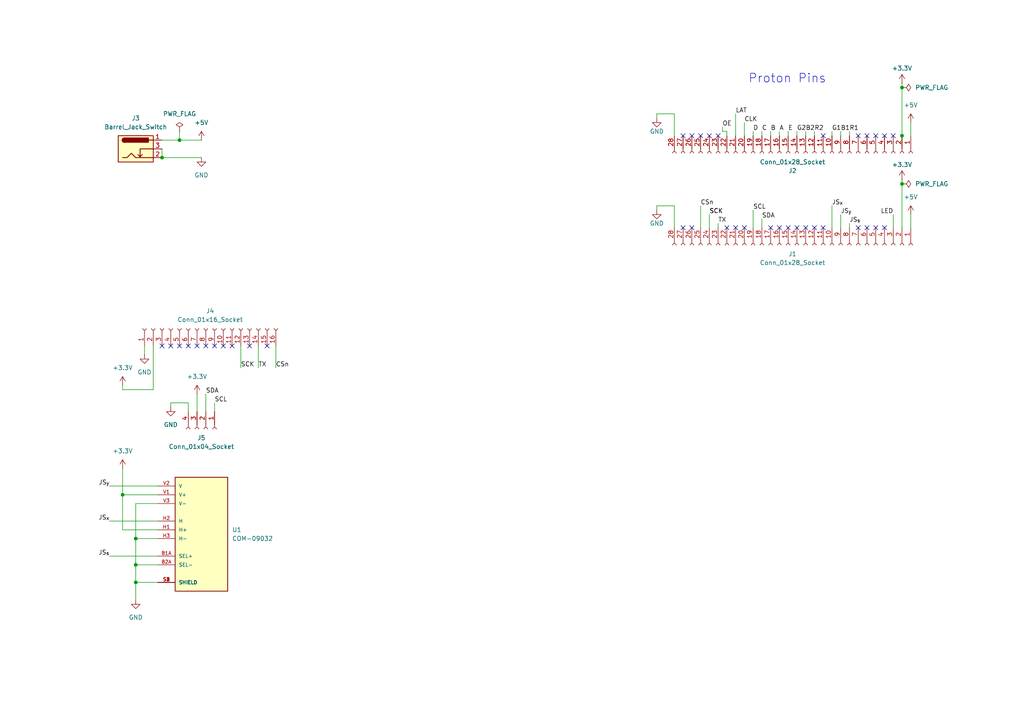
<source format=kicad_sch>
(kicad_sch (version 20250114) (generator "eeschema") (generator_version "9.0")
  (paper "A4")
  (lib_symbols
    (symbol "Connector:Barrel_Jack_Switch" (pin_names (hide yes))
      (property "Reference" "J" (at 0 5.334 0))
      (property "Value" "Barrel_Jack_Switch" (at 0 -5.08 0))
      (symbol "Barrel_Jack_Switch_0_1"
        (rectangle (start -5.08 3.81) (end 5.08 -3.81) (stroke (width 0.254)) (fill (type background)))
        (polyline (pts (xy -3.81 -2.54) (xy -2.54 -2.54) (xy -1.27 -1.27) (xy 0 -2.54) (xy 2.54 -2.54) (xy 5.08 -2.54)) (stroke (width 0.254)))
        (arc (start -3.302 1.905) (mid -3.9343 2.54) (end -3.302 3.175) (stroke (width 0.254)))
        (arc (start -3.302 1.905) (mid -3.9343 2.54) (end -3.302 3.175) (stroke (width 0.254)) (fill (type outline)))
        (polyline (pts (xy 1.27 -2.286) (xy 1.905 -1.651)) (stroke (width 0.254)))
        (rectangle (start 3.683 3.175) (end -3.302 1.905) (stroke (width 0.254)) (fill (type outline)))
        (polyline (pts (xy 5.08 2.54) (xy 3.81 2.54)) (stroke (width 0.254)))
        (polyline (pts (xy 5.08 0) (xy 1.27 0) (xy 1.27 -2.286) (xy 0.635 -1.651)) (stroke (width 0.254)))
      )
      (symbol "Barrel_Jack_Switch_1_1"
        (pin passive line (at 7.62 2.54 180) (length 2.54) (name "~") (number "1"))
        (pin passive line (at 7.62 0 180) (length 2.54) (name "~") (number "3"))
        (pin passive line (at 7.62 -2.54 180) (length 2.54) (name "~") (number "2"))
      )
    )
    (symbol "Connector:Conn_01x04_Socket" (pin_names (offset 1.016) (hide yes))
      (property "Reference" "J" (at 0 5.08 0))
      (property "Value" "Conn_01x04_Socket" (at 0 -7.62 0))
      (symbol "Conn_01x04_Socket_1_1"
        (polyline (pts (xy -1.27 2.54) (xy -0.508 2.54)) (stroke (width 0.1524)))
        (polyline (pts (xy -1.27 0) (xy -0.508 0)) (stroke (width 0.1524)))
        (polyline (pts (xy -1.27 -2.54) (xy -0.508 -2.54)) (stroke (width 0.1524)))
        (polyline (pts (xy -1.27 -5.08) (xy -0.508 -5.08)) (stroke (width 0.1524)))
        (arc (start 0 2.032) (mid -0.5058 2.54) (end 0 3.048) (stroke (width 0.1524)))
        (arc (start 0 -0.508) (mid -0.5058 0) (end 0 0.508) (stroke (width 0.1524)))
        (arc (start 0 -3.048) (mid -0.5058 -2.54) (end 0 -2.032) (stroke (width 0.1524)))
        (arc (start 0 -5.588) (mid -0.5058 -5.08) (end 0 -4.572) (stroke (width 0.1524)))
        (pin passive line (at -5.08 2.54 0) (length 3.81) (name "Pin_1") (number "1"))
        (pin passive line (at -5.08 0 0) (length 3.81) (name "Pin_2") (number "2"))
        (pin passive line (at -5.08 -2.54 0) (length 3.81) (name "Pin_3") (number "3"))
        (pin passive line (at -5.08 -5.08 0) (length 3.81) (name "Pin_4") (number "4"))
      )
    )
    (symbol "Connector:Conn_01x16_Socket" (pin_names (offset 1.016) (hide yes))
      (property "Reference" "J" (at 0 20.32 0))
      (property "Value" "Conn_01x16_Socket" (at 0 -22.86 0))
      (symbol "Conn_01x16_Socket_1_1"
        (polyline (pts (xy -1.27 17.78) (xy -0.508 17.78)) (stroke (width 0.1524)))
        (polyline (pts (xy -1.27 15.24) (xy -0.508 15.24)) (stroke (width 0.1524)))
        (polyline (pts (xy -1.27 12.7) (xy -0.508 12.7)) (stroke (width 0.1524)))
        (polyline (pts (xy -1.27 10.16) (xy -0.508 10.16)) (stroke (width 0.1524)))
        (polyline (pts (xy -1.27 7.62) (xy -0.508 7.62)) (stroke (width 0.1524)))
        (polyline (pts (xy -1.27 5.08) (xy -0.508 5.08)) (stroke (width 0.1524)))
        (polyline (pts (xy -1.27 2.54) (xy -0.508 2.54)) (stroke (width 0.1524)))
        (polyline (pts (xy -1.27 0) (xy -0.508 0)) (stroke (width 0.1524)))
        (polyline (pts (xy -1.27 -2.54) (xy -0.508 -2.54)) (stroke (width 0.1524)))
        (polyline (pts (xy -1.27 -5.08) (xy -0.508 -5.08)) (stroke (width 0.1524)))
        (polyline (pts (xy -1.27 -7.62) (xy -0.508 -7.62)) (stroke (width 0.1524)))
        (polyline (pts (xy -1.27 -10.16) (xy -0.508 -10.16)) (stroke (width 0.1524)))
        (polyline (pts (xy -1.27 -12.7) (xy -0.508 -12.7)) (stroke (width 0.1524)))
        (polyline (pts (xy -1.27 -15.24) (xy -0.508 -15.24)) (stroke (width 0.1524)))
        (polyline (pts (xy -1.27 -17.78) (xy -0.508 -17.78)) (stroke (width 0.1524)))
        (polyline (pts (xy -1.27 -20.32) (xy -0.508 -20.32)) (stroke (width 0.1524)))
        (arc (start 0 17.272) (mid -0.5058 17.78) (end 0 18.288) (stroke (width 0.1524)))
        (arc (start 0 14.732) (mid -0.5058 15.24) (end 0 15.748) (stroke (width 0.1524)))
        (arc (start 0 12.192) (mid -0.5058 12.7) (end 0 13.208) (stroke (width 0.1524)))
        (arc (start 0 9.652) (mid -0.5058 10.16) (end 0 10.668) (stroke (width 0.1524)))
        (arc (start 0 7.112) (mid -0.5058 7.62) (end 0 8.128) (stroke (width 0.1524)))
        (arc (start 0 4.572) (mid -0.5058 5.08) (end 0 5.588) (stroke (width 0.1524)))
        (arc (start 0 2.032) (mid -0.5058 2.54) (end 0 3.048) (stroke (width 0.1524)))
        (arc (start 0 -0.508) (mid -0.5058 0) (end 0 0.508) (stroke (width 0.1524)))
        (arc (start 0 -3.048) (mid -0.5058 -2.54) (end 0 -2.032) (stroke (width 0.1524)))
        (arc (start 0 -5.588) (mid -0.5058 -5.08) (end 0 -4.572) (stroke (width 0.1524)))
        (arc (start 0 -8.128) (mid -0.5058 -7.62) (end 0 -7.112) (stroke (width 0.1524)))
        (arc (start 0 -10.668) (mid -0.5058 -10.16) (end 0 -9.652) (stroke (width 0.1524)))
        (arc (start 0 -13.208) (mid -0.5058 -12.7) (end 0 -12.192) (stroke (width 0.1524)))
        (arc (start 0 -15.748) (mid -0.5058 -15.24) (end 0 -14.732) (stroke (width 0.1524)))
        (arc (start 0 -18.288) (mid -0.5058 -17.78) (end 0 -17.272) (stroke (width 0.1524)))
        (arc (start 0 -20.828) (mid -0.5058 -20.32) (end 0 -19.812) (stroke (width 0.1524)))
        (pin passive line (at -5.08 17.78 0) (length 3.81) (name "Pin_1") (number "1"))
        (pin passive line (at -5.08 15.24 0) (length 3.81) (name "Pin_2") (number "2"))
        (pin passive line (at -5.08 12.7 0) (length 3.81) (name "Pin_3") (number "3"))
        (pin passive line (at -5.08 10.16 0) (length 3.81) (name "Pin_4") (number "4"))
        (pin passive line (at -5.08 7.62 0) (length 3.81) (name "Pin_5") (number "5"))
        (pin passive line (at -5.08 5.08 0) (length 3.81) (name "Pin_6") (number "6"))
        (pin passive line (at -5.08 2.54 0) (length 3.81) (name "Pin_7") (number "7"))
        (pin passive line (at -5.08 0 0) (length 3.81) (name "Pin_8") (number "8"))
        (pin passive line (at -5.08 -2.54 0) (length 3.81) (name "Pin_9") (number "9"))
        (pin passive line (at -5.08 -5.08 0) (length 3.81) (name "Pin_10") (number "10"))
        (pin passive line (at -5.08 -7.62 0) (length 3.81) (name "Pin_11") (number "11"))
        (pin passive line (at -5.08 -10.16 0) (length 3.81) (name "Pin_12") (number "12"))
        (pin passive line (at -5.08 -12.7 0) (length 3.81) (name "Pin_13") (number "13"))
        (pin passive line (at -5.08 -15.24 0) (length 3.81) (name "Pin_14") (number "14"))
        (pin passive line (at -5.08 -17.78 0) (length 3.81) (name "Pin_15") (number "15"))
        (pin passive line (at -5.08 -20.32 0) (length 3.81) (name "Pin_16") (number "16"))
      )
    )
    (symbol "Connector:Conn_01x28_Socket" (pin_names (offset 1.016) (hide yes))
      (property "Reference" "J" (at 0 35.56 0))
      (property "Value" "Conn_01x28_Socket" (at 0 -38.1 0))
      (symbol "Conn_01x28_Socket_1_1"
        (polyline (pts (xy -1.27 33.02) (xy -0.508 33.02)) (stroke (width 0.1524)))
        (polyline (pts (xy -1.27 30.48) (xy -0.508 30.48)) (stroke (width 0.1524)))
        (polyline (pts (xy -1.27 27.94) (xy -0.508 27.94)) (stroke (width 0.1524)))
        (polyline (pts (xy -1.27 25.4) (xy -0.508 25.4)) (stroke (width 0.1524)))
        (polyline (pts (xy -1.27 22.86) (xy -0.508 22.86)) (stroke (width 0.1524)))
        (polyline (pts (xy -1.27 20.32) (xy -0.508 20.32)) (stroke (width 0.1524)))
        (polyline (pts (xy -1.27 17.78) (xy -0.508 17.78)) (stroke (width 0.1524)))
        (polyline (pts (xy -1.27 15.24) (xy -0.508 15.24)) (stroke (width 0.1524)))
        (polyline (pts (xy -1.27 12.7) (xy -0.508 12.7)) (stroke (width 0.1524)))
        (polyline (pts (xy -1.27 10.16) (xy -0.508 10.16)) (stroke (width 0.1524)))
        (polyline (pts (xy -1.27 7.62) (xy -0.508 7.62)) (stroke (width 0.1524)))
        (polyline (pts (xy -1.27 5.08) (xy -0.508 5.08)) (stroke (width 0.1524)))
        (polyline (pts (xy -1.27 2.54) (xy -0.508 2.54)) (stroke (width 0.1524)))
        (polyline (pts (xy -1.27 0) (xy -0.508 0)) (stroke (width 0.1524)))
        (polyline (pts (xy -1.27 -2.54) (xy -0.508 -2.54)) (stroke (width 0.1524)))
        (polyline (pts (xy -1.27 -5.08) (xy -0.508 -5.08)) (stroke (width 0.1524)))
        (polyline (pts (xy -1.27 -7.62) (xy -0.508 -7.62)) (stroke (width 0.1524)))
        (polyline (pts (xy -1.27 -10.16) (xy -0.508 -10.16)) (stroke (width 0.1524)))
        (polyline (pts (xy -1.27 -12.7) (xy -0.508 -12.7)) (stroke (width 0.1524)))
        (polyline (pts (xy -1.27 -15.24) (xy -0.508 -15.24)) (stroke (width 0.1524)))
        (polyline (pts (xy -1.27 -17.78) (xy -0.508 -17.78)) (stroke (width 0.1524)))
        (polyline (pts (xy -1.27 -20.32) (xy -0.508 -20.32)) (stroke (width 0.1524)))
        (polyline (pts (xy -1.27 -22.86) (xy -0.508 -22.86)) (stroke (width 0.1524)))
        (polyline (pts (xy -1.27 -25.4) (xy -0.508 -25.4)) (stroke (width 0.1524)))
        (polyline (pts (xy -1.27 -27.94) (xy -0.508 -27.94)) (stroke (width 0.1524)))
        (polyline (pts (xy -1.27 -30.48) (xy -0.508 -30.48)) (stroke (width 0.1524)))
        (polyline (pts (xy -1.27 -33.02) (xy -0.508 -33.02)) (stroke (width 0.1524)))
        (polyline (pts (xy -1.27 -35.56) (xy -0.508 -35.56)) (stroke (width 0.1524)))
        (arc (start 0 32.512) (mid -0.5058 33.02) (end 0 33.528) (stroke (width 0.1524)))
        (arc (start 0 29.972) (mid -0.5058 30.48) (end 0 30.988) (stroke (width 0.1524)))
        (arc (start 0 27.432) (mid -0.5058 27.94) (end 0 28.448) (stroke (width 0.1524)))
        (arc (start 0 24.892) (mid -0.5058 25.4) (end 0 25.908) (stroke (width 0.1524)))
        (arc (start 0 22.352) (mid -0.5058 22.86) (end 0 23.368) (stroke (width 0.1524)))
        (arc (start 0 19.812) (mid -0.5058 20.32) (end 0 20.828) (stroke (width 0.1524)))
        (arc (start 0 17.272) (mid -0.5058 17.78) (end 0 18.288) (stroke (width 0.1524)))
        (arc (start 0 14.732) (mid -0.5058 15.24) (end 0 15.748) (stroke (width 0.1524)))
        (arc (start 0 12.192) (mid -0.5058 12.7) (end 0 13.208) (stroke (width 0.1524)))
        (arc (start 0 9.652) (mid -0.5058 10.16) (end 0 10.668) (stroke (width 0.1524)))
        (arc (start 0 7.112) (mid -0.5058 7.62) (end 0 8.128) (stroke (width 0.1524)))
        (arc (start 0 4.572) (mid -0.5058 5.08) (end 0 5.588) (stroke (width 0.1524)))
        (arc (start 0 2.032) (mid -0.5058 2.54) (end 0 3.048) (stroke (width 0.1524)))
        (arc (start 0 -0.508) (mid -0.5058 0) (end 0 0.508) (stroke (width 0.1524)))
        (arc (start 0 -3.048) (mid -0.5058 -2.54) (end 0 -2.032) (stroke (width 0.1524)))
        (arc (start 0 -5.588) (mid -0.5058 -5.08) (end 0 -4.572) (stroke (width 0.1524)))
        (arc (start 0 -8.128) (mid -0.5058 -7.62) (end 0 -7.112) (stroke (width 0.1524)))
        (arc (start 0 -10.668) (mid -0.5058 -10.16) (end 0 -9.652) (stroke (width 0.1524)))
        (arc (start 0 -13.208) (mid -0.5058 -12.7) (end 0 -12.192) (stroke (width 0.1524)))
        (arc (start 0 -15.748) (mid -0.5058 -15.24) (end 0 -14.732) (stroke (width 0.1524)))
        (arc (start 0 -18.288) (mid -0.5058 -17.78) (end 0 -17.272) (stroke (width 0.1524)))
        (arc (start 0 -20.828) (mid -0.5058 -20.32) (end 0 -19.812) (stroke (width 0.1524)))
        (arc (start 0 -23.368) (mid -0.5058 -22.86) (end 0 -22.352) (stroke (width 0.1524)))
        (arc (start 0 -25.908) (mid -0.5058 -25.4) (end 0 -24.892) (stroke (width 0.1524)))
        (arc (start 0 -28.448) (mid -0.5058 -27.94) (end 0 -27.432) (stroke (width 0.1524)))
        (arc (start 0 -30.988) (mid -0.5058 -30.48) (end 0 -29.972) (stroke (width 0.1524)))
        (arc (start 0 -33.528) (mid -0.5058 -33.02) (end 0 -32.512) (stroke (width 0.1524)))
        (arc (start 0 -36.068) (mid -0.5058 -35.56) (end 0 -35.052) (stroke (width 0.1524)))
        (pin passive line (at -5.08 33.02 0) (length 3.81) (name "Pin_1") (number "1"))
        (pin passive line (at -5.08 30.48 0) (length 3.81) (name "Pin_2") (number "2"))
        (pin passive line (at -5.08 27.94 0) (length 3.81) (name "Pin_3") (number "3"))
        (pin passive line (at -5.08 25.4 0) (length 3.81) (name "Pin_4") (number "4"))
        (pin passive line (at -5.08 22.86 0) (length 3.81) (name "Pin_5") (number "5"))
        (pin passive line (at -5.08 20.32 0) (length 3.81) (name "Pin_6") (number "6"))
        (pin passive line (at -5.08 17.78 0) (length 3.81) (name "Pin_7") (number "7"))
        (pin passive line (at -5.08 15.24 0) (length 3.81) (name "Pin_8") (number "8"))
        (pin passive line (at -5.08 12.7 0) (length 3.81) (name "Pin_9") (number "9"))
        (pin passive line (at -5.08 10.16 0) (length 3.81) (name "Pin_10") (number "10"))
        (pin passive line (at -5.08 7.62 0) (length 3.81) (name "Pin_11") (number "11"))
        (pin passive line (at -5.08 5.08 0) (length 3.81) (name "Pin_12") (number "12"))
        (pin passive line (at -5.08 2.54 0) (length 3.81) (name "Pin_13") (number "13"))
        (pin passive line (at -5.08 0 0) (length 3.81) (name "Pin_14") (number "14"))
        (pin passive line (at -5.08 -2.54 0) (length 3.81) (name "Pin_15") (number "15"))
        (pin passive line (at -5.08 -5.08 0) (length 3.81) (name "Pin_16") (number "16"))
        (pin passive line (at -5.08 -7.62 0) (length 3.81) (name "Pin_17") (number "17"))
        (pin passive line (at -5.08 -10.16 0) (length 3.81) (name "Pin_18") (number "18"))
        (pin passive line (at -5.08 -12.7 0) (length 3.81) (name "Pin_19") (number "19"))
        (pin passive line (at -5.08 -15.24 0) (length 3.81) (name "Pin_20") (number "20"))
        (pin passive line (at -5.08 -17.78 0) (length 3.81) (name "Pin_21") (number "21"))
        (pin passive line (at -5.08 -20.32 0) (length 3.81) (name "Pin_22") (number "22"))
        (pin passive line (at -5.08 -22.86 0) (length 3.81) (name "Pin_23") (number "23"))
        (pin passive line (at -5.08 -25.4 0) (length 3.81) (name "Pin_24") (number "24"))
        (pin passive line (at -5.08 -27.94 0) (length 3.81) (name "Pin_25") (number "25"))
        (pin passive line (at -5.08 -30.48 0) (length 3.81) (name "Pin_26") (number "26"))
        (pin passive line (at -5.08 -33.02 0) (length 3.81) (name "Pin_27") (number "27"))
        (pin passive line (at -5.08 -35.56 0) (length 3.81) (name "Pin_28") (number "28"))
      )
    )
    (symbol "power:+3.3V" (power) (pin_numbers (hide yes)) (pin_names (offset 0) (hide yes))
      (property "Value" "+3.3V" (at 0 3.556 0))
      (symbol "+3.3V_0_1"
        (polyline (pts (xy -0.762 1.27) (xy 0 2.54)))
        (polyline (pts (xy 0 2.54) (xy 0.762 1.27)))
        (polyline (pts (xy 0 0) (xy 0 2.54)))
      )
      (symbol "+3.3V_1_1"
        (pin power_in line (at 0 0 90) (length 0) (name "~") (number "1"))
      )
    )
    (symbol "power:+5V" (power) (pin_numbers (hide yes)) (pin_names (offset 0) (hide yes))
      (property "Value" "+5V" (at 0 3.556 0))
      (symbol "+5V_0_1"
        (polyline (pts (xy -0.762 1.27) (xy 0 2.54)))
        (polyline (pts (xy 0 2.54) (xy 0.762 1.27)))
        (polyline (pts (xy 0 0) (xy 0 2.54)))
      )
      (symbol "+5V_1_1"
        (pin power_in line (at 0 0 90) (length 0) (name "~") (number "1"))
      )
    )
    (symbol "power:GND" (power) (pin_numbers (hide yes)) (pin_names (offset 0) (hide yes))
      (property "Value" "GND" (at 0 -3.81 0))
      (symbol "GND_0_1"
        (polyline (pts (xy 0 0) (xy 0 -1.27) (xy 1.27 -1.27) (xy 0 -2.54) (xy -1.27 -1.27) (xy 0 -1.27)))
      )
      (symbol "GND_1_1"
        (pin power_in line (at 0 0 270) (length 0) (name "~") (number "1"))
      )
    )
    (symbol "power:PWR_FLAG" (power) (pin_numbers (hide yes)) (pin_names (offset 0) (hide yes))
      (property "Value" "PWR_FLAG" (at 0 3.81 0))
      (symbol "PWR_FLAG_0_0"
        (pin power_out line (at 0 0 90) (length 0) (name "~") (number "1"))
      )
      (symbol "PWR_FLAG_0_1"
        (polyline (pts (xy 0 0) (xy 0 1.27) (xy -1.016 1.905) (xy 0 2.54) (xy 1.016 1.905) (xy 0 1.27)))
      )
    )
    (symbol "tower_defense:COM-09032" (pin_names (offset 1.016))
      (property "Reference" "U" (at -7.62 16.002 0))
      (property "Value" "COM-09032" (at -7.62 -20.32 0))
      (symbol "COM-09032_0_0"
        (rectangle (start -7.62 -17.78) (end 7.62 15.24) (stroke (width 0.254)) (fill (type background)))
        (pin passive line (at -12.7 12.7 0) (length 5.08) (name "V") (number "V2"))
        (pin passive line (at -12.7 10.16 0) (length 5.08) (name "V+") (number "V1"))
        (pin passive line (at -12.7 7.62 0) (length 5.08) (name "V-") (number "V3"))
        (pin passive line (at -12.7 2.54 0) (length 5.08) (name "H") (number "H2"))
        (pin passive line (at -12.7 0 0) (length 5.08) (name "H+") (number "H1"))
        (pin passive line (at -12.7 -2.54 0) (length 5.08) (name "H-") (number "H3"))
        (pin passive line (at -12.7 -7.62 0) (length 5.08) (name "SEL+") (number "B1A"))
        (pin passive line (at -12.7 -10.16 0) (length 5.08) (name "SEL-") (number "B2A"))
        (pin passive line (at -12.7 -15.24 0) (length 5.08) (name "SHIELD") (number "S1"))
        (pin passive line (at -12.7 -15.24 0) (length 5.08) (name "SHIELD") (number "S2"))
        (pin passive line (at -12.7 -15.24 0) (length 5.08) (name "SHIELD") (number "S3"))
        (pin passive line (at -12.7 -15.24 0) (length 5.08) (name "SHIELD") (number "S4"))
      )
    )
  )
  (text "Proton Pins" (at 228.346 22.86 0) (effects (font (size 2.54 2.54))))
  (junction (at 39.37 168.91))
  (junction (at 261.62 39.37))
  (junction (at 261.62 25.4))
  (junction (at 35.56 143.51))
  (junction (at 39.37 163.83))
  (junction (at 261.62 53.34))
  (junction (at 39.37 156.21))
  (junction (at 46.99 45.72))
  (junction (at 52.07 40.64))
  (no_connect (at 200.66 66.04))
  (no_connect (at 236.22 66.04))
  (no_connect (at 72.39 100.33))
  (no_connect (at 210.82 66.04))
  (no_connect (at 256.54 66.04))
  (no_connect (at 254 39.37))
  (no_connect (at 67.31 100.33))
  (no_connect (at 54.61 100.33))
  (no_connect (at 254 66.04))
  (no_connect (at 238.76 39.37))
  (no_connect (at 64.77 100.33))
  (no_connect (at 256.54 39.37))
  (no_connect (at 59.69 100.33))
  (no_connect (at 223.52 66.04))
  (no_connect (at 248.92 66.04))
  (no_connect (at 233.68 66.04))
  (no_connect (at 200.66 39.37))
  (no_connect (at 228.6 66.04))
  (no_connect (at 77.47 100.33))
  (no_connect (at 57.15 100.33))
  (no_connect (at 205.74 39.37))
  (no_connect (at 198.12 39.37))
  (no_connect (at 198.12 66.04))
  (no_connect (at 46.99 100.33))
  (no_connect (at 251.46 39.37))
  (no_connect (at 208.28 39.37))
  (no_connect (at 49.53 100.33))
  (no_connect (at 203.2 39.37))
  (no_connect (at 213.36 66.04))
  (no_connect (at 215.9 66.04))
  (no_connect (at 251.46 66.04))
  (no_connect (at 52.07 100.33))
  (no_connect (at 248.92 39.37))
  (no_connect (at 259.08 39.37))
  (no_connect (at 62.23 100.33))
  (no_connect (at 231.14 66.04))
  (no_connect (at 226.06 66.04))
  (no_connect (at 238.76 66.04))
  (wire (pts (xy 241.3 38.1) (xy 241.3 39.37)))
  (wire (pts (xy 243.84 38.1) (xy 243.84 39.37)))
  (wire (pts (xy 35.56 111.76) (xy 35.56 113.03)))
  (wire (pts (xy 243.84 62.23) (xy 243.84 66.04)))
  (wire (pts (xy 35.56 143.51) (xy 35.56 153.67)))
  (wire (pts (xy 264.16 62.23) (xy 264.16 66.04)))
  (wire (pts (xy 39.37 156.21) (xy 39.37 163.83)))
  (wire (pts (xy 46.99 40.64) (xy 52.07 40.64)))
  (wire (pts (xy 259.08 62.23) (xy 259.08 66.04)))
  (wire (pts (xy 223.52 38.1) (xy 223.52 39.37)))
  (wire (pts (xy 62.23 116.84) (xy 62.23 119.38)))
  (wire (pts (xy 45.72 163.83) (xy 39.37 163.83)))
  (wire (pts (xy 233.68 38.1) (xy 233.68 39.37)))
  (wire (pts (xy 261.62 53.34) (xy 261.62 66.04)))
  (wire (pts (xy 57.15 114.3) (xy 57.15 119.38)))
  (wire (pts (xy 190.5 33.02) (xy 195.58 33.02)))
  (wire (pts (xy 261.62 41.91) (xy 261.62 39.37)))
  (wire (pts (xy 69.85 106.68) (xy 69.85 100.33)))
  (wire (pts (xy 45.72 156.21) (xy 39.37 156.21)))
  (wire (pts (xy 213.36 33.02) (xy 213.36 39.37)))
  (wire (pts (xy 241.3 59.69) (xy 241.3 66.04)))
  (wire (pts (xy 246.38 64.77) (xy 246.38 66.04)))
  (wire (pts (xy 208.28 64.77) (xy 208.28 66.04)))
  (wire (pts (xy 44.45 100.33) (xy 44.45 113.03)))
  (wire (pts (xy 190.5 59.69) (xy 190.5 60.96)))
  (wire (pts (xy 52.07 40.64) (xy 58.42 40.64)))
  (wire (pts (xy 231.14 38.1) (xy 231.14 39.37)))
  (wire (pts (xy 190.5 59.69) (xy 195.58 59.69)))
  (wire (pts (xy 39.37 146.05) (xy 39.37 156.21)))
  (wire (pts (xy 190.5 33.02) (xy 190.5 34.29)))
  (wire (pts (xy 39.37 168.91) (xy 39.37 173.99)))
  (wire (pts (xy 39.37 168.91) (xy 45.72 168.91)))
  (wire (pts (xy 228.6 38.1) (xy 228.6 39.37)))
  (wire (pts (xy 215.9 35.56) (xy 215.9 39.37)))
  (wire (pts (xy 45.72 146.05) (xy 39.37 146.05)))
  (wire (pts (xy 220.98 38.1) (xy 220.98 39.37)))
  (wire (pts (xy 210.82 38.1) (xy 210.82 39.37)))
  (wire (pts (xy 226.06 38.1) (xy 226.06 39.37)))
  (wire (pts (xy 39.37 163.83) (xy 39.37 168.91)))
  (wire (pts (xy 59.69 114.3) (xy 59.69 119.38)))
  (wire (pts (xy 31.75 161.29) (xy 45.72 161.29)))
  (wire (pts (xy 74.93 100.33) (xy 74.93 106.68)))
  (wire (pts (xy 35.56 153.67) (xy 45.72 153.67)))
  (wire (pts (xy 246.38 38.1) (xy 246.38 39.37)))
  (wire (pts (xy 203.2 59.69) (xy 203.2 66.04)))
  (wire (pts (xy 261.62 24.13) (xy 261.62 25.4)))
  (wire (pts (xy 236.22 38.1) (xy 236.22 39.37)))
  (wire (pts (xy 209.55 38.1) (xy 210.82 38.1)))
  (wire (pts (xy 209.55 36.83) (xy 209.55 38.1)))
  (wire (pts (xy 54.61 116.84) (xy 49.53 116.84)))
  (wire (pts (xy 58.42 45.72) (xy 46.99 45.72)))
  (wire (pts (xy 195.58 33.02) (xy 195.58 39.37)))
  (wire (pts (xy 41.91 102.87) (xy 41.91 100.33)))
  (wire (pts (xy 205.74 62.23) (xy 205.74 66.04)))
  (wire (pts (xy 46.99 43.18) (xy 46.99 45.72)))
  (wire (pts (xy 35.56 143.51) (xy 45.72 143.51)))
  (wire (pts (xy 264.16 35.56) (xy 264.16 39.37)))
  (wire (pts (xy 35.56 135.89) (xy 35.56 143.51)))
  (wire (pts (xy 49.53 116.84) (xy 49.53 118.11)))
  (wire (pts (xy 218.44 60.96) (xy 218.44 66.04)))
  (wire (pts (xy 31.75 140.97) (xy 45.72 140.97)))
  (wire (pts (xy 44.45 113.03) (xy 35.56 113.03)))
  (wire (pts (xy 218.44 38.1) (xy 218.44 39.37)))
  (wire (pts (xy 261.62 25.4) (xy 261.62 39.37)))
  (wire (pts (xy 80.01 100.33) (xy 80.01 106.68)))
  (wire (pts (xy 220.98 63.5) (xy 220.98 66.04)))
  (wire (pts (xy 195.58 59.69) (xy 195.58 66.04)))
  (wire (pts (xy 31.75 151.13) (xy 45.72 151.13)))
  (wire (pts (xy 54.61 116.84) (xy 54.61 119.38)))
  (wire (pts (xy 52.07 38.1) (xy 52.07 40.64)))
  (wire (pts (xy 261.62 52.07) (xy 261.62 53.34)))
  (label "SDA" (at 220.98 63.5 0))
  (label "R2" (at 236.22 38.1 0))
  (label "CLK" (at 215.9 35.56 0))
  (label "LAT" (at 213.36 33.02 0))
  (label "SCK" (at 205.74 62.23 0))
  (label "E" (at 228.6 38.1 0))
  (label "JS_{s}" (at 31.75 161.29 180))
  (label "C" (at 220.98 38.1 0))
  (label "TX" (at 208.28 64.77 0))
  (label "D" (at 218.44 38.1 0))
  (label "R1" (at 246.38 38.1 0))
  (label "B2" (at 233.68 38.1 0))
  (label "B1" (at 243.84 38.1 0))
  (label "JS_{s}" (at 246.38 64.77 0))
  (label "LED" (at 259.08 62.23 180))
  (label "JS_{x}" (at 241.3 59.69 0))
  (label "JS_{x}" (at 31.75 151.13 180))
  (label "JS_{y}" (at 31.75 140.97 180))
  (label "JS_{y}" (at 243.84 62.23 0))
  (label "SCL" (at 62.23 116.84 0))
  (label "SCK" (at 69.85 106.68 0))
  (label "TX" (at 74.93 106.68 0))
  (label "OE" (at 209.55 36.83 0))
  (label "B" (at 223.52 38.1 0))
  (label "CSn" (at 80.01 106.68 0))
  (label "A" (at 226.06 38.1 0))
  (label "G1" (at 241.3 38.1 0))
  (label "SCL" (at 218.44 60.96 0))
  (label "SDA" (at 59.69 114.3 0))
  (label "SCK" (at 205.74 62.23 0))
  (label "G2" (at 231.14 38.1 0))
  (label "CSn" (at 203.2 59.69 0))
  (symbol (lib_id "power:PWR_FLAG") (at 261.62 53.34 270) (unit 1)
    (property "Reference" "#FLG02" (effects (hide yes)))
    (property "Value" "PWR_FLAG" (at 265.43 53.3399 90) (effects (justify left)))
    (property "Description" "Special symbol for telling ERC where power comes from" (effects (hide yes)))
  )
  (symbol (lib_id "power:+5V") (at 58.42 40.64 0) (unit 1)
    (property "Reference" "#PWR07" (effects (hide yes)))
    (property "Value" "+5V" (at 58.42 35.56 0))
    (property "Description" "Power symbol creates a global label with name \"+5V\"" (effects (hide yes)))
  )
  (symbol (lib_id "power:+3.3V") (at 35.56 111.76 0) (unit 1)
    (property "Reference" "#PWR012" (effects (hide yes)))
    (property "Value" "+3.3V" (at 35.56 106.68 0))
    (property "Description" "Power symbol creates a global label with name \"+3.3V\"" (effects (hide yes)))
  )
  (symbol (lib_id "Connector:Conn_01x28_Socket") (at 231.14 44.45 270) (unit 1)
    (property "Reference" "J2" (at 229.87 49.53 90))
    (property "Value" "Conn_01x28_Socket" (at 229.87 46.99 90))
    (property "Footprint" "Connector_PinSocket_2.54mm:PinSocket_1x28_P2.54mm_Vertical" (effects (hide yes)))
    (property "Description" "Generic connector, single row, 01x28, script generated" (effects (hide yes)))
  )
  (symbol (lib_id "power:GND") (at 190.5 34.29 0) (unit 1)
    (property "Reference" "#PWR03" (effects (hide yes)))
    (property "Value" "GND" (at 190.5 38.1 0))
    (property "Description" "Power symbol creates a global label with name \"GND\" , ground" (effects (hide yes)))
  )
  (symbol (lib_id "Connector:Barrel_Jack_Switch") (at 39.37 43.18 0) (unit 1)
    (property "Reference" "J3" (at 39.37 34.29 0))
    (property "Value" "Barrel_Jack_Switch" (at 39.37 36.83 0))
    (property "Footprint" "Tower_Defense:barrel_jack" (effects (hide yes)))
    (property "Description" "DC Barrel Jack with an internal switch" (effects (hide yes)))
  )
  (symbol (lib_id "power:+5V") (at 264.16 62.23 0) (unit 1)
    (property "Reference" "#PWR06" (effects (hide yes)))
    (property "Value" "+5V" (at 264.16 57.15 0))
    (property "Description" "Power symbol creates a global label with name \"+5V\"" (effects (hide yes)))
  )
  (symbol (lib_id "power:+3.3V") (at 261.62 24.13 0) (unit 1)
    (property "Reference" "#PWR02" (effects (hide yes)))
    (property "Value" "+3.3V" (at 261.62 19.812 0))
    (property "Description" "Power symbol creates a global label with name \"+3.3V\"" (effects (hide yes)))
  )
  (symbol (lib_id "power:PWR_FLAG") (at 52.07 38.1 0) (unit 1)
    (property "Reference" "#FLG03" (effects (hide yes)))
    (property "Value" "PWR_FLAG" (at 52.07 33.02 0))
    (property "Description" "Special symbol for telling ERC where power comes from" (effects (hide yes)))
  )
  (symbol (lib_id "power:+5V") (at 264.16 35.56 0) (unit 1)
    (property "Reference" "#PWR01" (effects (hide yes)))
    (property "Value" "+5V" (at 264.16 30.48 0))
    (property "Description" "Power symbol creates a global label with name \"+5V\"" (effects (hide yes)))
  )
  (symbol (lib_id "Connector:Conn_01x28_Socket") (at 231.14 71.12 270) (unit 1)
    (property "Reference" "J1" (at 229.87 73.66 90))
    (property "Value" "Conn_01x28_Socket" (at 229.87 76.2 90))
    (property "Footprint" "Connector_PinSocket_2.54mm:PinSocket_1x28_P2.54mm_Vertical" (effects (hide yes)))
    (property "Description" "Generic connector, single row, 01x28, script generated" (effects (hide yes)))
  )
  (symbol (lib_id "power:+3.3V") (at 57.15 114.3 0) (unit 1)
    (property "Reference" "#PWR014" (effects (hide yes)))
    (property "Value" "+3.3V" (at 57.15 109.22 0))
    (property "Description" "Power symbol creates a global label with name \"+3.3V\"" (effects (hide yes)))
  )
  (symbol (lib_id "power:GND") (at 41.91 102.87 0) (unit 1)
    (property "Reference" "#PWR011" (effects (hide yes)))
    (property "Value" "GND" (at 41.91 107.95 0))
    (property "Description" "Power symbol creates a global label with name \"GND\" , ground" (effects (hide yes)))
  )
  (symbol (lib_id "tower_defense:COM-09032") (at 58.42 153.67 0) (unit 1)
    (property "Reference" "U1" (at 67.31 153.6699 0) (effects (justify left)))
    (property "Value" "COM-09032" (at 67.31 156.2099 0) (effects (justify left)))
    (property "Footprint" "Tower_Defense:XDCR_COM-09032" (effects (hide yes)))
    (property "SnapEDA_Link" "https://www.snapeda.com/parts/COM-09032/SparkFun/view-part/?ref=snap" (effects (hide yes)))
    (property "MAXIMUM_PACKAGE_HEIGHT" "30.1mm" (effects (hide yes)))
    (property "Package" "Package" (effects (hide yes)))
    (property "Check_prices" "https://www.snapeda.com/parts/COM-09032/SparkFun/view-part/?ref=eda" (effects (hide yes)))
    (property "STANDARD" "Manufacturer Recommendations" (effects (hide yes)))
    (property "PARTREV" "N/A" (effects (hide yes)))
    (property "MF" "SparkFun Electronics" (effects (hide yes)))
    (property "MP" "COM-09032" (effects (hide yes)))
    (property "Description_1" "Joystick, 2 - Axis Analog (Resistive) Output" (effects (hide yes)))
    (property "MANUFACTURER" "SparkFun Electronics" (effects (hide yes)))
  )
  (symbol (lib_id "Connector:Conn_01x16_Socket") (at 59.69 95.25 90) (unit 1)
    (property "Reference" "J4" (at 60.96 90.17 90))
    (property "Value" "Conn_01x16_Socket" (at 60.96 92.71 90))
    (property "Footprint" "Connector_PinSocket_2.54mm:PinSocket_1x16_P2.54mm_Vertical" (effects (hide yes)))
    (property "Description" "Generic connector, single row, 01x16, script generated" (effects (hide yes)))
  )
  (symbol (lib_id "power:GND") (at 190.5 60.96 0) (unit 1)
    (property "Reference" "#PWR04" (effects (hide yes)))
    (property "Value" "GND" (at 190.5 64.77 0))
    (property "Description" "Power symbol creates a global label with name \"GND\" , ground" (effects (hide yes)))
  )
  (symbol (lib_id "power:PWR_FLAG") (at 261.62 25.4 270) (unit 1)
    (property "Reference" "#FLG01" (effects (hide yes)))
    (property "Value" "PWR_FLAG" (at 265.43 25.3999 90) (effects (justify left)))
    (property "Description" "Special symbol for telling ERC where power comes from" (effects (hide yes)))
  )
  (symbol (lib_id "power:+3.3V") (at 261.62 52.07 0) (unit 1)
    (property "Reference" "#PWR05" (effects (hide yes)))
    (property "Value" "+3.3V" (at 261.62 47.752 0))
    (property "Description" "Power symbol creates a global label with name \"+3.3V\"" (effects (hide yes)))
  )
  (symbol (lib_id "power:GND") (at 49.53 118.11 0) (unit 1)
    (property "Reference" "#PWR013" (effects (hide yes)))
    (property "Value" "GND" (at 49.53 123.19 0))
    (property "Description" "Power symbol creates a global label with name \"GND\" , ground" (effects (hide yes)))
  )
  (symbol (lib_id "power:GND") (at 58.42 45.72 0) (unit 1)
    (property "Reference" "#PWR08" (effects (hide yes)))
    (property "Value" "GND" (at 58.42 50.8 0))
    (property "Description" "Power symbol creates a global label with name \"GND\" , ground" (effects (hide yes)))
  )
  (symbol (lib_id "Connector:Conn_01x04_Socket") (at 59.69 124.46 270) (unit 1)
    (property "Reference" "J5" (at 58.42 127 90))
    (property "Value" "Conn_01x04_Socket" (at 58.42 129.54 90))
    (property "Footprint" "Connector_PinSocket_2.54mm:PinSocket_1x04_P2.54mm_Horizontal" (effects (hide yes)))
    (property "Description" "Generic connector, single row, 01x04, script generated" (effects (hide yes)))
  )
  (symbol (lib_id "power:+3.3V") (at 35.56 135.89 0) (unit 1)
    (property "Reference" "#PWR010" (effects (hide yes)))
    (property "Value" "+3.3V" (at 35.56 130.81 0))
    (property "Description" "Power symbol creates a global label with name \"+3.3V\"" (effects (hide yes)))
  )
  (symbol (lib_id "power:GND") (at 39.37 173.99 0) (unit 1)
    (property "Reference" "#PWR09" (effects (hide yes)))
    (property "Value" "GND" (at 39.37 179.07 0))
    (property "Description" "Power symbol creates a global label with name \"GND\" , ground" (effects (hide yes)))
  )
)
</source>
